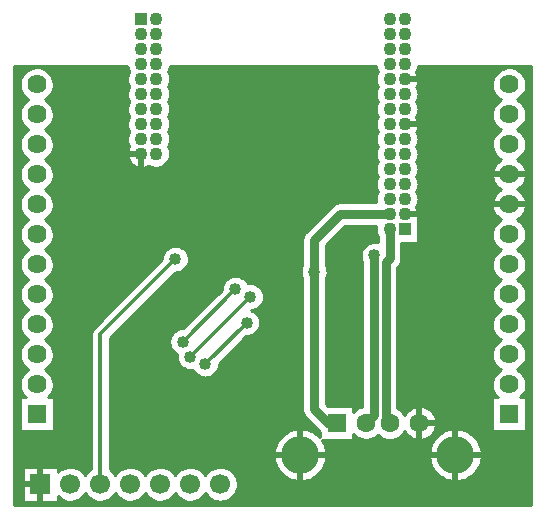
<source format=gbr>
G04 DipTrace 2.4.0.2*
%INBottom.gbr*%
%MOMM*%
%ADD13C,0.3*%
%ADD14C,0.5*%
%ADD15C,0.75*%
%ADD16C,0.25*%
%ADD19R,1.62X1.62*%
%ADD20C,1.62*%
%ADD21R,1.6X1.6*%
%ADD22C,1.6*%
%ADD23C,3.2*%
%ADD24R,1.7X1.7*%
%ADD25C,1.7*%
%ADD26R,1.0X1.0*%
%ADD27C,1.1*%
%ADD28C,1.016*%
%FSLAX53Y53*%
G04*
G71*
G90*
G75*
G01*
%LNBottom*%
%LPD*%
X24245Y31905D2*
D13*
X17895Y25555D1*
Y12855D1*
X29325Y29365D2*
X24880Y24920D1*
X30595Y28730D2*
X25515Y23650D1*
X30278Y26508D2*
X26785Y23015D1*
X37890Y18032D2*
D15*
Y17935D1*
X37262D1*
X35992Y19205D1*
Y30814D1*
Y33492D1*
X38215Y35715D1*
X42380D1*
X41072Y32222D2*
Y18714D1*
X40390Y18032D1*
X42380Y34445D2*
Y31968D1*
X42043Y31631D1*
Y18378D1*
X42390Y18032D1*
D28*
X24245Y31905D3*
X29325Y29365D3*
X24880Y24920D3*
X30595Y28730D3*
X25515Y23650D3*
X30278Y26508D3*
X26785Y23015D3*
X35992Y30814D3*
X41072Y32222D3*
X21705Y26190D3*
Y23015D3*
X38532Y22380D3*
X28690Y40160D3*
X38532Y29011D3*
X26150Y33810D3*
Y40160D3*
X28690Y33810D3*
X43930Y29011D3*
Y27460D3*
Y22380D3*
X38532Y27460D3*
X33770Y30000D3*
Y27460D3*
X22022Y36032D3*
X28055Y20475D3*
Y17935D3*
X10650Y48043D2*
D16*
X11942D1*
X13058D2*
X20207D1*
X23761D2*
X41231D1*
X44800D2*
X51942D1*
X53058D2*
X54350D1*
X10650Y47797D2*
X11536D1*
X13464D2*
X20321D1*
X23648D2*
X41344D1*
X44687D2*
X51536D1*
X53464D2*
X54350D1*
X10650Y47550D2*
X11305D1*
X13695D2*
X20204D1*
X23765D2*
X41243D1*
X44789D2*
X51305D1*
X53695D2*
X54350D1*
X10650Y47303D2*
X11161D1*
X13839D2*
X20149D1*
X23820D2*
X41180D1*
X44847D2*
X51161D1*
X53839D2*
X54350D1*
X10650Y47057D2*
X11075D1*
X13925D2*
X20145D1*
X23824D2*
X41172D1*
X44855D2*
X51075D1*
X53925D2*
X54350D1*
X10650Y46810D2*
X11036D1*
X13964D2*
X20196D1*
X23777D2*
X41219D1*
X44812D2*
X51036D1*
X53964D2*
X54350D1*
X10650Y46563D2*
X11036D1*
X13964D2*
X20305D1*
X23664D2*
X41325D1*
X44707D2*
X51036D1*
X53964D2*
X54350D1*
X10650Y46317D2*
X11082D1*
X13918D2*
X20219D1*
X23754D2*
X41254D1*
X44773D2*
X51082D1*
X53918D2*
X54350D1*
X10650Y46070D2*
X11176D1*
X13824D2*
X20153D1*
X23816D2*
X41188D1*
X44843D2*
X51176D1*
X53824D2*
X54350D1*
X10650Y45823D2*
X11329D1*
X13671D2*
X20141D1*
X23828D2*
X41172D1*
X44859D2*
X51328D1*
X53672D2*
X54350D1*
X10650Y45577D2*
X11567D1*
X13433D2*
X20184D1*
X23785D2*
X41207D1*
X44820D2*
X51567D1*
X53433D2*
X54350D1*
X10650Y45330D2*
X11629D1*
X13371D2*
X20286D1*
X23687D2*
X41305D1*
X44726D2*
X51629D1*
X53371D2*
X54350D1*
X10650Y45083D2*
X11364D1*
X13636D2*
X20231D1*
X23738D2*
X41270D1*
X44757D2*
X51364D1*
X53636D2*
X54350D1*
X10650Y44837D2*
X11200D1*
X13800D2*
X20161D1*
X23812D2*
X41192D1*
X44836D2*
X51200D1*
X53800D2*
X54350D1*
X10650Y44590D2*
X11094D1*
X13906D2*
X20141D1*
X23828D2*
X41172D1*
X44859D2*
X51094D1*
X53906D2*
X54350D1*
X10650Y44343D2*
X11043D1*
X13957D2*
X20176D1*
X23796D2*
X41200D1*
X44832D2*
X51043D1*
X53957D2*
X54350D1*
X10650Y44097D2*
X11032D1*
X13968D2*
X20266D1*
X23707D2*
X41286D1*
X44746D2*
X51032D1*
X53968D2*
X54350D1*
X10650Y43850D2*
X11063D1*
X13937D2*
X20250D1*
X23722D2*
X41289D1*
X44742D2*
X51063D1*
X53937D2*
X54350D1*
X10650Y43603D2*
X11141D1*
X13859D2*
X20168D1*
X23804D2*
X41200D1*
X44828D2*
X51141D1*
X53859D2*
X54350D1*
X10650Y43357D2*
X11274D1*
X13726D2*
X20141D1*
X23828D2*
X41172D1*
X44859D2*
X51274D1*
X53726D2*
X54350D1*
X10650Y43110D2*
X11481D1*
X13519D2*
X20164D1*
X23804D2*
X41192D1*
X44839D2*
X51481D1*
X53519D2*
X54350D1*
X10650Y42863D2*
X11739D1*
X13261D2*
X20247D1*
X23722D2*
X41270D1*
X44761D2*
X51739D1*
X53261D2*
X54350D1*
X10650Y42617D2*
X11430D1*
X13570D2*
X20266D1*
X23703D2*
X41305D1*
X44722D2*
X51430D1*
X53570D2*
X54350D1*
X10650Y42370D2*
X11239D1*
X13761D2*
X20176D1*
X23796D2*
X41211D1*
X44820D2*
X51239D1*
X53761D2*
X54350D1*
X10650Y42123D2*
X11121D1*
X13879D2*
X20141D1*
X23828D2*
X41172D1*
X44859D2*
X51121D1*
X53879D2*
X54350D1*
X10650Y41877D2*
X11055D1*
X13945D2*
X20161D1*
X23812D2*
X41184D1*
X44843D2*
X51055D1*
X53945D2*
X54350D1*
X10650Y41630D2*
X11032D1*
X13968D2*
X20231D1*
X23738D2*
X41254D1*
X44777D2*
X51032D1*
X53968D2*
X54350D1*
X10650Y41383D2*
X11051D1*
X13949D2*
X20286D1*
X23683D2*
X41328D1*
X44703D2*
X51051D1*
X53949D2*
X54350D1*
X10650Y41137D2*
X11114D1*
X13886D2*
X20184D1*
X23785D2*
X41219D1*
X44808D2*
X51114D1*
X53886D2*
X54350D1*
X10650Y40890D2*
X11227D1*
X13773D2*
X20141D1*
X23828D2*
X41172D1*
X44855D2*
X51227D1*
X53773D2*
X54350D1*
X10650Y40643D2*
X11411D1*
X13589D2*
X20153D1*
X23816D2*
X41180D1*
X44851D2*
X51411D1*
X53589D2*
X54350D1*
X10650Y40397D2*
X11707D1*
X13293D2*
X20215D1*
X23754D2*
X41239D1*
X44789D2*
X51707D1*
X53293D2*
X54350D1*
X10650Y40150D2*
X11504D1*
X13496D2*
X20344D1*
X23625D2*
X41348D1*
X44683D2*
X51504D1*
X53496D2*
X54350D1*
X10650Y39903D2*
X11289D1*
X13711D2*
X20571D1*
X23402D2*
X41231D1*
X44797D2*
X51289D1*
X53711D2*
X54350D1*
X10650Y39657D2*
X11149D1*
X13851D2*
X21079D1*
X21621D2*
X22348D1*
X22890D2*
X41176D1*
X44851D2*
X51149D1*
X53851D2*
X54350D1*
X10650Y39410D2*
X11067D1*
X13933D2*
X41176D1*
X44855D2*
X51067D1*
X53933D2*
X54350D1*
X10650Y39163D2*
X11032D1*
X13968D2*
X41227D1*
X44804D2*
X51032D1*
X53968D2*
X54350D1*
X10650Y38917D2*
X11039D1*
X13961D2*
X41340D1*
X44691D2*
X51039D1*
X53961D2*
X54350D1*
X10650Y38670D2*
X11090D1*
X13910D2*
X41246D1*
X44785D2*
X51090D1*
X53910D2*
X54350D1*
X10650Y38423D2*
X11188D1*
X13812D2*
X41184D1*
X44847D2*
X51188D1*
X53812D2*
X54350D1*
X10650Y38177D2*
X11348D1*
X13652D2*
X41172D1*
X44859D2*
X51348D1*
X53652D2*
X54350D1*
X10650Y37930D2*
X11602D1*
X13398D2*
X41215D1*
X44816D2*
X51602D1*
X53398D2*
X54350D1*
X10650Y37683D2*
X11590D1*
X13410D2*
X41317D1*
X44711D2*
X51590D1*
X53410D2*
X54350D1*
X10650Y37437D2*
X11344D1*
X13656D2*
X41258D1*
X44769D2*
X51344D1*
X53656D2*
X54350D1*
X10650Y37190D2*
X11184D1*
X13816D2*
X41188D1*
X44843D2*
X51184D1*
X53816D2*
X54350D1*
X10650Y36943D2*
X11086D1*
X13914D2*
X41172D1*
X44859D2*
X51086D1*
X53914D2*
X54350D1*
X10650Y36697D2*
X11039D1*
X13961D2*
X37953D1*
X44824D2*
X51039D1*
X53961D2*
X54350D1*
X10650Y36450D2*
X11032D1*
X13968D2*
X37496D1*
X44730D2*
X51032D1*
X53968D2*
X54350D1*
X10650Y36203D2*
X11071D1*
X13929D2*
X37250D1*
X44754D2*
X51071D1*
X53929D2*
X54350D1*
X10650Y35957D2*
X11153D1*
X13847D2*
X37004D1*
X44836D2*
X51153D1*
X53847D2*
X54350D1*
X10650Y35710D2*
X11293D1*
X13707D2*
X36758D1*
X44859D2*
X51293D1*
X53707D2*
X54350D1*
X10650Y35463D2*
X11512D1*
X13488D2*
X36512D1*
X44832D2*
X51512D1*
X53488D2*
X54350D1*
X10650Y35217D2*
X11696D1*
X13304D2*
X36262D1*
X44808D2*
X51696D1*
X53304D2*
X54350D1*
X10650Y34970D2*
X11403D1*
X13597D2*
X36016D1*
X44808D2*
X51403D1*
X53597D2*
X54350D1*
X10650Y34723D2*
X11223D1*
X13777D2*
X35770D1*
X44808D2*
X51223D1*
X53777D2*
X54350D1*
X10650Y34477D2*
X11110D1*
X13890D2*
X35524D1*
X38429D2*
X41172D1*
X44808D2*
X51110D1*
X53890D2*
X54350D1*
X10650Y34230D2*
X11047D1*
X13953D2*
X35278D1*
X38183D2*
X41192D1*
X44808D2*
X51047D1*
X53953D2*
X54350D1*
X10650Y33983D2*
X11032D1*
X13968D2*
X35086D1*
X37937D2*
X41266D1*
X44808D2*
X51032D1*
X53968D2*
X54350D1*
X10650Y33737D2*
X11055D1*
X13945D2*
X34989D1*
X37691D2*
X41344D1*
X44808D2*
X51055D1*
X53945D2*
X54350D1*
X10650Y33490D2*
X11121D1*
X13879D2*
X34957D1*
X37441D2*
X41344D1*
X44808D2*
X51121D1*
X53879D2*
X54350D1*
X10650Y33243D2*
X11243D1*
X13757D2*
X34957D1*
X37195D2*
X40536D1*
X43414D2*
X51243D1*
X53757D2*
X54350D1*
X10650Y32997D2*
X11434D1*
X13566D2*
X23883D1*
X24609D2*
X34957D1*
X37027D2*
X40207D1*
X43414D2*
X51434D1*
X53566D2*
X54350D1*
X10650Y32750D2*
X11750D1*
X13250D2*
X23450D1*
X25039D2*
X34957D1*
X37027D2*
X40036D1*
X43414D2*
X51750D1*
X53250D2*
X54350D1*
X10650Y32503D2*
X11477D1*
X13523D2*
X23246D1*
X25242D2*
X34957D1*
X37027D2*
X39942D1*
X43414D2*
X51477D1*
X53523D2*
X54350D1*
X10650Y32257D2*
X11270D1*
X13730D2*
X23133D1*
X25359D2*
X34957D1*
X37027D2*
X39907D1*
X43414D2*
X51270D1*
X53730D2*
X54350D1*
X10650Y32010D2*
X11141D1*
X13859D2*
X23082D1*
X25410D2*
X34957D1*
X37027D2*
X39926D1*
X43414D2*
X51141D1*
X53859D2*
X54350D1*
X10650Y31763D2*
X11063D1*
X13937D2*
X22969D1*
X25402D2*
X34957D1*
X37027D2*
X40000D1*
X43394D2*
X51063D1*
X53937D2*
X54350D1*
X10650Y31517D2*
X11032D1*
X13968D2*
X22723D1*
X25343D2*
X34957D1*
X37027D2*
X40039D1*
X43308D2*
X51032D1*
X53968D2*
X54350D1*
X10650Y31270D2*
X11043D1*
X13957D2*
X22477D1*
X25218D2*
X34918D1*
X37066D2*
X40039D1*
X43136D2*
X51043D1*
X53957D2*
X54350D1*
X10650Y31023D2*
X11098D1*
X13902D2*
X22227D1*
X24996D2*
X34844D1*
X37140D2*
X40039D1*
X43078D2*
X51098D1*
X53902D2*
X54350D1*
X10650Y30777D2*
X11204D1*
X13796D2*
X21981D1*
X24449D2*
X34825D1*
X37160D2*
X40039D1*
X43078D2*
X51203D1*
X53797D2*
X54350D1*
X10650Y30530D2*
X11368D1*
X13632D2*
X21735D1*
X24004D2*
X34860D1*
X37125D2*
X40039D1*
X43078D2*
X51368D1*
X53632D2*
X54350D1*
X10650Y30283D2*
X11637D1*
X13363D2*
X21489D1*
X23757D2*
X28621D1*
X30031D2*
X34953D1*
X37031D2*
X40039D1*
X43078D2*
X51637D1*
X53363D2*
X54350D1*
X10650Y30037D2*
X11559D1*
X13441D2*
X21243D1*
X23511D2*
X28375D1*
X30273D2*
X34957D1*
X37027D2*
X40039D1*
X43078D2*
X51559D1*
X53441D2*
X54350D1*
X10650Y29790D2*
X11321D1*
X13679D2*
X20997D1*
X23265D2*
X28239D1*
X31046D2*
X34957D1*
X37027D2*
X40039D1*
X43078D2*
X51321D1*
X53679D2*
X54350D1*
X10650Y29543D2*
X11172D1*
X13828D2*
X20750D1*
X23019D2*
X28172D1*
X31421D2*
X34957D1*
X37027D2*
X40039D1*
X43078D2*
X51172D1*
X53828D2*
X54350D1*
X10650Y29297D2*
X11079D1*
X13921D2*
X20500D1*
X22773D2*
X28121D1*
X31613D2*
X34957D1*
X37027D2*
X40039D1*
X43078D2*
X51078D1*
X53922D2*
X54350D1*
X10650Y29050D2*
X11036D1*
X13964D2*
X20254D1*
X22523D2*
X27875D1*
X31718D2*
X34957D1*
X37027D2*
X40039D1*
X43078D2*
X51036D1*
X53964D2*
X54350D1*
X10650Y28803D2*
X11036D1*
X13964D2*
X20008D1*
X22277D2*
X27629D1*
X31761D2*
X34957D1*
X37027D2*
X40039D1*
X43078D2*
X51036D1*
X53964D2*
X54350D1*
X10650Y28557D2*
X11079D1*
X13921D2*
X19762D1*
X22031D2*
X27383D1*
X31750D2*
X34957D1*
X37027D2*
X40039D1*
X43078D2*
X51078D1*
X53922D2*
X54350D1*
X10650Y28310D2*
X11164D1*
X13836D2*
X19516D1*
X21785D2*
X27137D1*
X31683D2*
X34957D1*
X37027D2*
X40039D1*
X43078D2*
X51164D1*
X53836D2*
X54350D1*
X10650Y28063D2*
X11313D1*
X13687D2*
X19270D1*
X21539D2*
X26887D1*
X31546D2*
X34957D1*
X37027D2*
X40039D1*
X43078D2*
X51313D1*
X53687D2*
X54350D1*
X10650Y27817D2*
X11543D1*
X13457D2*
X19024D1*
X21293D2*
X26641D1*
X31308D2*
X34957D1*
X37027D2*
X40039D1*
X43078D2*
X51543D1*
X53457D2*
X54350D1*
X10650Y27570D2*
X11657D1*
X13343D2*
X18774D1*
X21046D2*
X26395D1*
X30722D2*
X34957D1*
X37027D2*
X40039D1*
X43078D2*
X51657D1*
X53343D2*
X54350D1*
X10650Y27323D2*
X11379D1*
X13621D2*
X18528D1*
X20796D2*
X26149D1*
X31101D2*
X34957D1*
X37027D2*
X40039D1*
X43078D2*
X51379D1*
X53621D2*
X54350D1*
X10650Y27077D2*
X11211D1*
X13789D2*
X18282D1*
X20550D2*
X25903D1*
X31293D2*
X34957D1*
X37027D2*
X40039D1*
X43078D2*
X51211D1*
X53789D2*
X54350D1*
X10650Y26830D2*
X11102D1*
X13898D2*
X18036D1*
X20304D2*
X25657D1*
X31398D2*
X34957D1*
X37027D2*
X40039D1*
X43078D2*
X51102D1*
X53898D2*
X54350D1*
X10650Y26583D2*
X11043D1*
X13957D2*
X17789D1*
X20058D2*
X25411D1*
X31441D2*
X34957D1*
X37027D2*
X40039D1*
X43078D2*
X51043D1*
X53957D2*
X54350D1*
X10650Y26337D2*
X11032D1*
X13968D2*
X17543D1*
X19812D2*
X25161D1*
X31433D2*
X34957D1*
X37027D2*
X40039D1*
X43078D2*
X51032D1*
X53968D2*
X54350D1*
X10650Y26090D2*
X11059D1*
X13941D2*
X17297D1*
X19566D2*
X24914D1*
X31367D2*
X34957D1*
X37027D2*
X40039D1*
X43078D2*
X51059D1*
X53941D2*
X54350D1*
X10650Y25843D2*
X11133D1*
X13867D2*
X17141D1*
X19320D2*
X24180D1*
X31234D2*
X34957D1*
X37027D2*
X40039D1*
X43078D2*
X51133D1*
X53867D2*
X54350D1*
X10650Y25597D2*
X11262D1*
X13738D2*
X17086D1*
X19070D2*
X23934D1*
X30992D2*
X34957D1*
X37027D2*
X40039D1*
X43078D2*
X51262D1*
X53738D2*
X54350D1*
X10650Y25350D2*
X11461D1*
X13539D2*
X17086D1*
X18824D2*
X23797D1*
X30254D2*
X34957D1*
X37027D2*
X40039D1*
X43078D2*
X51461D1*
X53539D2*
X54350D1*
X10650Y25103D2*
X11774D1*
X13226D2*
X17086D1*
X18703D2*
X23727D1*
X30007D2*
X34957D1*
X37027D2*
X40039D1*
X43078D2*
X51774D1*
X53226D2*
X54350D1*
X10650Y24857D2*
X11450D1*
X13550D2*
X17086D1*
X18703D2*
X23715D1*
X29761D2*
X34957D1*
X37027D2*
X40039D1*
X43078D2*
X51450D1*
X53550D2*
X54350D1*
X10650Y24610D2*
X11254D1*
X13746D2*
X17086D1*
X18703D2*
X23754D1*
X29515D2*
X34957D1*
X37027D2*
X40039D1*
X43078D2*
X51254D1*
X53746D2*
X54350D1*
X10650Y24363D2*
X11129D1*
X13871D2*
X17086D1*
X18703D2*
X23856D1*
X29269D2*
X34957D1*
X37027D2*
X40039D1*
X43078D2*
X51129D1*
X53871D2*
X54350D1*
X10650Y24117D2*
X11059D1*
X13941D2*
X17086D1*
X18703D2*
X24043D1*
X29023D2*
X34957D1*
X37027D2*
X40039D1*
X43078D2*
X51059D1*
X53941D2*
X54350D1*
X10650Y23870D2*
X11032D1*
X13968D2*
X17086D1*
X18703D2*
X24368D1*
X28773D2*
X34957D1*
X37027D2*
X40039D1*
X43078D2*
X51032D1*
X53968D2*
X54350D1*
X10650Y23623D2*
X11047D1*
X13953D2*
X17086D1*
X18703D2*
X24348D1*
X28527D2*
X34957D1*
X37027D2*
X40039D1*
X43078D2*
X51047D1*
X53953D2*
X54350D1*
X10650Y23377D2*
X11106D1*
X13894D2*
X17086D1*
X18703D2*
X24379D1*
X28281D2*
X34957D1*
X37027D2*
X40039D1*
X43078D2*
X51106D1*
X53894D2*
X54350D1*
X10650Y23130D2*
X11215D1*
X13785D2*
X17086D1*
X18703D2*
X24473D1*
X28035D2*
X34957D1*
X37027D2*
X40039D1*
X43078D2*
X51215D1*
X53785D2*
X54350D1*
X10650Y22883D2*
X11391D1*
X13609D2*
X17086D1*
X18703D2*
X24641D1*
X27945D2*
X34957D1*
X37027D2*
X40039D1*
X43078D2*
X51391D1*
X53609D2*
X54350D1*
X10650Y22637D2*
X11676D1*
X13324D2*
X17086D1*
X18703D2*
X24961D1*
X27886D2*
X34957D1*
X37027D2*
X40039D1*
X43078D2*
X51676D1*
X53324D2*
X54350D1*
X10650Y22390D2*
X11528D1*
X13472D2*
X17086D1*
X18703D2*
X25805D1*
X27765D2*
X34957D1*
X37027D2*
X40039D1*
X43078D2*
X51528D1*
X53472D2*
X54350D1*
X10650Y22143D2*
X11301D1*
X13699D2*
X17086D1*
X18703D2*
X26020D1*
X27550D2*
X34957D1*
X37027D2*
X40039D1*
X43078D2*
X51301D1*
X53699D2*
X54350D1*
X10650Y21897D2*
X11161D1*
X13839D2*
X17086D1*
X18703D2*
X26524D1*
X27046D2*
X34957D1*
X37027D2*
X40039D1*
X43078D2*
X51161D1*
X53839D2*
X54350D1*
X10650Y21650D2*
X11075D1*
X13925D2*
X17086D1*
X18703D2*
X34957D1*
X37027D2*
X40039D1*
X43078D2*
X51075D1*
X53925D2*
X54350D1*
X10650Y21403D2*
X11036D1*
X13964D2*
X17086D1*
X18703D2*
X34957D1*
X37027D2*
X40039D1*
X43078D2*
X51036D1*
X53964D2*
X54350D1*
X10650Y21157D2*
X11036D1*
X13964D2*
X17086D1*
X18703D2*
X34957D1*
X37027D2*
X40039D1*
X43078D2*
X51036D1*
X53964D2*
X54350D1*
X10650Y20910D2*
X11082D1*
X13918D2*
X17086D1*
X18703D2*
X34957D1*
X37027D2*
X40039D1*
X43078D2*
X51082D1*
X53918D2*
X54350D1*
X10650Y20663D2*
X11180D1*
X13820D2*
X17086D1*
X18703D2*
X34957D1*
X37027D2*
X40039D1*
X43078D2*
X51180D1*
X53820D2*
X54350D1*
X10650Y20417D2*
X11332D1*
X13668D2*
X17086D1*
X18703D2*
X34957D1*
X37027D2*
X40039D1*
X43078D2*
X51332D1*
X53668D2*
X54350D1*
X10650Y20170D2*
X11032D1*
X13968D2*
X17086D1*
X18703D2*
X34957D1*
X37027D2*
X40039D1*
X43078D2*
X51032D1*
X53968D2*
X54350D1*
X10650Y19923D2*
X11032D1*
X13968D2*
X17086D1*
X18703D2*
X34957D1*
X37027D2*
X40039D1*
X43078D2*
X51032D1*
X53968D2*
X54350D1*
X10650Y19677D2*
X11032D1*
X13968D2*
X17086D1*
X18703D2*
X34957D1*
X37027D2*
X40039D1*
X43078D2*
X51032D1*
X53968D2*
X54350D1*
X10650Y19430D2*
X11032D1*
X13968D2*
X17086D1*
X18703D2*
X34957D1*
X39351D2*
X40039D1*
X43078D2*
X44543D1*
X45234D2*
X51032D1*
X53968D2*
X54350D1*
X10650Y19183D2*
X11032D1*
X13968D2*
X17086D1*
X18703D2*
X34957D1*
X39351D2*
X39508D1*
X43269D2*
X44008D1*
X45769D2*
X51032D1*
X53968D2*
X54350D1*
X10650Y18937D2*
X11032D1*
X13968D2*
X17086D1*
X18703D2*
X34993D1*
X43527D2*
X43750D1*
X46027D2*
X51032D1*
X53968D2*
X54350D1*
X10650Y18690D2*
X11032D1*
X13968D2*
X17086D1*
X18703D2*
X35098D1*
X46191D2*
X51032D1*
X53968D2*
X54350D1*
X10650Y18443D2*
X11032D1*
X13968D2*
X17086D1*
X18703D2*
X35301D1*
X46289D2*
X51032D1*
X53968D2*
X54350D1*
X10650Y18197D2*
X11032D1*
X13968D2*
X17086D1*
X18703D2*
X35547D1*
X46339D2*
X51032D1*
X53968D2*
X54350D1*
X10650Y17950D2*
X11032D1*
X13968D2*
X17086D1*
X18703D2*
X35793D1*
X46347D2*
X51032D1*
X53968D2*
X54350D1*
X10650Y17703D2*
X11032D1*
X13968D2*
X17086D1*
X18703D2*
X36039D1*
X46312D2*
X51032D1*
X53968D2*
X54350D1*
X10650Y17457D2*
X11032D1*
X13968D2*
X17086D1*
X18703D2*
X34106D1*
X35535D2*
X36289D1*
X46230D2*
X47243D1*
X48675D2*
X51032D1*
X53968D2*
X54350D1*
X10650Y17210D2*
X17086D1*
X18703D2*
X33586D1*
X36054D2*
X36430D1*
X46089D2*
X46723D1*
X49195D2*
X54350D1*
X10650Y16963D2*
X17086D1*
X18703D2*
X33270D1*
X43375D2*
X43907D1*
X45875D2*
X46407D1*
X49511D2*
X54350D1*
X10650Y16717D2*
X17086D1*
X18703D2*
X33039D1*
X39351D2*
X39789D1*
X40988D2*
X41789D1*
X42988D2*
X44289D1*
X45488D2*
X46180D1*
X49738D2*
X54350D1*
X10650Y16470D2*
X17086D1*
X18703D2*
X32871D1*
X36769D2*
X46012D1*
X49910D2*
X54350D1*
X10650Y16223D2*
X17086D1*
X18703D2*
X32746D1*
X36894D2*
X45887D1*
X50035D2*
X54350D1*
X10650Y15977D2*
X17086D1*
X18703D2*
X32657D1*
X36984D2*
X45797D1*
X50125D2*
X54350D1*
X10650Y15730D2*
X17086D1*
X18703D2*
X32598D1*
X37043D2*
X45735D1*
X50183D2*
X54350D1*
X10650Y15483D2*
X17086D1*
X18703D2*
X32567D1*
X37074D2*
X45707D1*
X50214D2*
X54350D1*
X10650Y15237D2*
X17086D1*
X18703D2*
X32563D1*
X37078D2*
X45703D1*
X50218D2*
X54350D1*
X10650Y14990D2*
X17086D1*
X18703D2*
X32586D1*
X37054D2*
X45727D1*
X50195D2*
X54350D1*
X10650Y14743D2*
X17086D1*
X18703D2*
X32641D1*
X37000D2*
X45778D1*
X50140D2*
X54350D1*
X10650Y14497D2*
X17086D1*
X18703D2*
X32723D1*
X36918D2*
X45864D1*
X50058D2*
X54350D1*
X10650Y14250D2*
X11305D1*
X14324D2*
X14821D1*
X15886D2*
X17086D1*
X18703D2*
X19903D1*
X20968D2*
X22442D1*
X23507D2*
X24981D1*
X26046D2*
X27520D1*
X28589D2*
X32840D1*
X36800D2*
X45981D1*
X49941D2*
X54350D1*
X10650Y14003D2*
X11305D1*
X16320D2*
X16930D1*
X18863D2*
X19469D1*
X21402D2*
X22008D1*
X23941D2*
X24547D1*
X26480D2*
X27090D1*
X29019D2*
X32996D1*
X36640D2*
X46137D1*
X49781D2*
X54350D1*
X10650Y13757D2*
X11305D1*
X16558D2*
X16688D1*
X19101D2*
X19231D1*
X21640D2*
X21770D1*
X24179D2*
X24312D1*
X26718D2*
X26852D1*
X29261D2*
X33211D1*
X36429D2*
X46348D1*
X49570D2*
X54350D1*
X10650Y13510D2*
X11305D1*
X29414D2*
X33500D1*
X36140D2*
X46641D1*
X49281D2*
X54350D1*
X10650Y13263D2*
X11305D1*
X29507D2*
X33950D1*
X35691D2*
X47090D1*
X48832D2*
X54350D1*
X10650Y13017D2*
X11305D1*
X29554D2*
X54350D1*
X10650Y12770D2*
X11305D1*
X29562D2*
X54350D1*
X10650Y12523D2*
X11305D1*
X29527D2*
X54350D1*
X10650Y12277D2*
X11305D1*
X29449D2*
X54350D1*
X10650Y12030D2*
X11305D1*
X29316D2*
X54350D1*
X10650Y11783D2*
X11305D1*
X16406D2*
X16844D1*
X18949D2*
X19383D1*
X21488D2*
X21922D1*
X24027D2*
X24461D1*
X26566D2*
X27004D1*
X29109D2*
X54350D1*
X10650Y11537D2*
X11305D1*
X14324D2*
X14649D1*
X16062D2*
X17188D1*
X18601D2*
X19727D1*
X21144D2*
X22266D1*
X23683D2*
X24809D1*
X26222D2*
X27348D1*
X28761D2*
X54350D1*
X10650Y11290D2*
X54350D1*
X11180Y20205D2*
X11559D1*
X11413Y20348D1*
X11265Y20549D1*
X11155Y20773D1*
X11084Y21012D1*
X11056Y21260D1*
X11070Y21510D1*
X11128Y21753D1*
X11226Y21982D1*
X11363Y22191D1*
X11533Y22374D1*
X11732Y22524D1*
X11810Y22569D1*
X11593Y22715D1*
X11413Y22888D1*
X11265Y23089D1*
X11155Y23313D1*
X11084Y23552D1*
X11056Y23800D1*
X11070Y24050D1*
X11128Y24293D1*
X11226Y24522D1*
X11363Y24731D1*
X11533Y24914D1*
X11732Y25064D1*
X11810Y25109D1*
X11593Y25255D1*
X11413Y25428D1*
X11265Y25629D1*
X11155Y25853D1*
X11084Y26092D1*
X11056Y26340D1*
X11070Y26590D1*
X11128Y26833D1*
X11226Y27062D1*
X11363Y27271D1*
X11533Y27454D1*
X11732Y27604D1*
X11810Y27649D1*
X11593Y27795D1*
X11413Y27968D1*
X11265Y28169D1*
X11155Y28393D1*
X11084Y28632D1*
X11056Y28880D1*
X11070Y29130D1*
X11128Y29373D1*
X11226Y29602D1*
X11363Y29811D1*
X11533Y29994D1*
X11732Y30144D1*
X11810Y30189D1*
X11593Y30335D1*
X11413Y30508D1*
X11265Y30709D1*
X11155Y30933D1*
X11084Y31172D1*
X11056Y31420D1*
X11070Y31670D1*
X11128Y31913D1*
X11226Y32142D1*
X11363Y32351D1*
X11533Y32534D1*
X11732Y32684D1*
X11810Y32729D1*
X11593Y32875D1*
X11413Y33048D1*
X11265Y33249D1*
X11155Y33473D1*
X11084Y33712D1*
X11056Y33960D1*
X11070Y34210D1*
X11128Y34453D1*
X11226Y34682D1*
X11363Y34891D1*
X11533Y35074D1*
X11732Y35224D1*
X11810Y35269D1*
X11593Y35415D1*
X11413Y35588D1*
X11265Y35789D1*
X11155Y36013D1*
X11084Y36252D1*
X11056Y36500D1*
X11070Y36750D1*
X11128Y36993D1*
X11226Y37222D1*
X11363Y37431D1*
X11533Y37614D1*
X11732Y37764D1*
X11810Y37809D1*
X11593Y37955D1*
X11413Y38128D1*
X11265Y38329D1*
X11155Y38553D1*
X11084Y38792D1*
X11056Y39040D1*
X11070Y39290D1*
X11128Y39533D1*
X11226Y39762D1*
X11363Y39971D1*
X11533Y40154D1*
X11732Y40304D1*
X11810Y40349D1*
X11593Y40495D1*
X11413Y40668D1*
X11265Y40869D1*
X11155Y41093D1*
X11084Y41332D1*
X11056Y41580D1*
X11070Y41830D1*
X11128Y42073D1*
X11226Y42302D1*
X11363Y42511D1*
X11533Y42694D1*
X11732Y42844D1*
X11810Y42889D1*
X11593Y43035D1*
X11413Y43208D1*
X11265Y43409D1*
X11155Y43633D1*
X11084Y43872D1*
X11056Y44120D1*
X11070Y44370D1*
X11128Y44613D1*
X11226Y44842D1*
X11363Y45051D1*
X11533Y45234D1*
X11732Y45384D1*
X11810Y45429D1*
X11593Y45575D1*
X11413Y45748D1*
X11265Y45949D1*
X11155Y46173D1*
X11084Y46412D1*
X11056Y46660D1*
X11070Y46910D1*
X11128Y47153D1*
X11226Y47382D1*
X11363Y47591D1*
X11533Y47774D1*
X11732Y47924D1*
X11954Y48038D1*
X12193Y48112D1*
X12441Y48144D1*
X12690Y48132D1*
X12934Y48078D1*
X13165Y47983D1*
X13376Y47850D1*
X13560Y47682D1*
X13714Y47484D1*
X13830Y47264D1*
X13908Y47026D1*
X13943Y46779D1*
X13940Y46575D1*
X13897Y46329D1*
X13812Y46094D1*
X13688Y45877D1*
X13529Y45685D1*
X13339Y45523D1*
X13189Y45431D1*
X13376Y45310D1*
X13560Y45142D1*
X13714Y44944D1*
X13830Y44724D1*
X13908Y44486D1*
X13943Y44239D1*
X13940Y44035D1*
X13897Y43789D1*
X13812Y43554D1*
X13688Y43337D1*
X13529Y43145D1*
X13339Y42983D1*
X13189Y42891D1*
X13376Y42770D1*
X13560Y42602D1*
X13714Y42404D1*
X13830Y42184D1*
X13908Y41946D1*
X13943Y41699D1*
X13940Y41495D1*
X13897Y41249D1*
X13812Y41014D1*
X13688Y40797D1*
X13529Y40605D1*
X13339Y40443D1*
X13189Y40351D1*
X13376Y40230D1*
X13560Y40062D1*
X13714Y39864D1*
X13830Y39644D1*
X13908Y39406D1*
X13943Y39159D1*
X13940Y38955D1*
X13897Y38709D1*
X13812Y38474D1*
X13688Y38258D1*
X13529Y38065D1*
X13339Y37903D1*
X13189Y37811D1*
X13376Y37690D1*
X13560Y37522D1*
X13714Y37324D1*
X13830Y37104D1*
X13908Y36866D1*
X13943Y36619D1*
X13940Y36415D1*
X13897Y36169D1*
X13812Y35934D1*
X13688Y35718D1*
X13529Y35525D1*
X13339Y35363D1*
X13189Y35271D1*
X13376Y35150D1*
X13560Y34982D1*
X13714Y34784D1*
X13830Y34564D1*
X13908Y34326D1*
X13943Y34079D1*
X13940Y33875D1*
X13897Y33629D1*
X13812Y33394D1*
X13688Y33178D1*
X13529Y32985D1*
X13339Y32823D1*
X13189Y32731D1*
X13376Y32610D1*
X13560Y32442D1*
X13714Y32244D1*
X13830Y32024D1*
X13908Y31786D1*
X13943Y31539D1*
X13940Y31335D1*
X13897Y31089D1*
X13812Y30854D1*
X13688Y30637D1*
X13529Y30445D1*
X13339Y30283D1*
X13189Y30191D1*
X13376Y30070D1*
X13560Y29902D1*
X13714Y29704D1*
X13830Y29484D1*
X13908Y29246D1*
X13943Y28999D1*
X13940Y28795D1*
X13897Y28549D1*
X13812Y28314D1*
X13688Y28097D1*
X13529Y27905D1*
X13339Y27743D1*
X13189Y27651D1*
X13376Y27530D1*
X13560Y27362D1*
X13714Y27164D1*
X13830Y26944D1*
X13908Y26706D1*
X13943Y26459D1*
X13940Y26255D1*
X13897Y26009D1*
X13812Y25774D1*
X13688Y25558D1*
X13529Y25365D1*
X13339Y25203D1*
X13189Y25111D1*
X13376Y24990D1*
X13560Y24822D1*
X13714Y24624D1*
X13830Y24404D1*
X13908Y24166D1*
X13943Y23919D1*
X13940Y23715D1*
X13897Y23469D1*
X13812Y23234D1*
X13688Y23018D1*
X13529Y22825D1*
X13339Y22663D1*
X13189Y22571D1*
X13376Y22450D1*
X13560Y22282D1*
X13714Y22084D1*
X13830Y21864D1*
X13908Y21626D1*
X13943Y21379D1*
X13940Y21175D1*
X13897Y20929D1*
X13812Y20694D1*
X13688Y20477D1*
X13529Y20285D1*
X13440Y20203D1*
X13945Y20205D1*
Y17315D1*
X11055D1*
Y20205D1*
X11180D1*
X51180D2*
X51559D1*
X51413Y20348D1*
X51265Y20549D1*
X51155Y20773D1*
X51084Y21012D1*
X51056Y21260D1*
X51070Y21510D1*
X51128Y21753D1*
X51226Y21982D1*
X51363Y22191D1*
X51533Y22374D1*
X51732Y22524D1*
X51810Y22569D1*
X51593Y22715D1*
X51413Y22888D1*
X51265Y23089D1*
X51155Y23313D1*
X51084Y23552D1*
X51056Y23800D1*
X51070Y24050D1*
X51128Y24293D1*
X51226Y24522D1*
X51363Y24731D1*
X51533Y24914D1*
X51732Y25064D1*
X51810Y25109D1*
X51593Y25255D1*
X51413Y25428D1*
X51265Y25629D1*
X51155Y25853D1*
X51084Y26092D1*
X51056Y26340D1*
X51070Y26590D1*
X51128Y26833D1*
X51226Y27062D1*
X51363Y27271D1*
X51533Y27454D1*
X51732Y27604D1*
X51810Y27649D1*
X51593Y27795D1*
X51413Y27968D1*
X51265Y28169D1*
X51155Y28393D1*
X51084Y28632D1*
X51056Y28880D1*
X51070Y29130D1*
X51128Y29373D1*
X51226Y29602D1*
X51363Y29811D1*
X51533Y29994D1*
X51732Y30144D1*
X51810Y30189D1*
X51593Y30335D1*
X51413Y30508D1*
X51265Y30709D1*
X51155Y30933D1*
X51084Y31172D1*
X51056Y31420D1*
X51070Y31670D1*
X51128Y31913D1*
X51226Y32142D1*
X51363Y32351D1*
X51533Y32534D1*
X51732Y32684D1*
X51810Y32729D1*
X51593Y32875D1*
X51413Y33048D1*
X51265Y33249D1*
X51155Y33473D1*
X51084Y33712D1*
X51056Y33960D1*
X51070Y34210D1*
X51128Y34453D1*
X51226Y34682D1*
X51363Y34891D1*
X51533Y35074D1*
X51732Y35224D1*
X51810Y35269D1*
X51633Y35384D1*
X51482Y35515D1*
X51350Y35665D1*
X51240Y35832D1*
X51155Y36013D1*
X51095Y36203D1*
X51062Y36401D1*
X51056Y36600D1*
X51078Y36799D1*
X51128Y36993D1*
X51203Y37178D1*
X51304Y37350D1*
X51427Y37508D1*
X51571Y37647D1*
X51732Y37764D1*
X51811Y37810D1*
X51653Y37909D1*
X51499Y38037D1*
X51365Y38185D1*
X51253Y38351D1*
X51164Y38530D1*
X51101Y38719D1*
X51064Y38916D1*
X51055Y39115D1*
X51074Y39314D1*
X51120Y39509D1*
X51192Y39695D1*
X51290Y39870D1*
X51410Y40029D1*
X51552Y40170D1*
X51711Y40291D1*
X51811Y40350D1*
X51694Y40421D1*
X51499Y40577D1*
X51335Y40765D1*
X51205Y40979D1*
X51114Y41211D1*
X51064Y41456D1*
X51058Y41705D1*
X51094Y41952D1*
X51172Y42190D1*
X51290Y42410D1*
X51444Y42606D1*
X51629Y42773D1*
X51810Y42889D1*
X51593Y43035D1*
X51413Y43208D1*
X51265Y43409D1*
X51155Y43633D1*
X51084Y43872D1*
X51056Y44120D1*
X51070Y44370D1*
X51128Y44613D1*
X51226Y44842D1*
X51363Y45051D1*
X51533Y45234D1*
X51732Y45384D1*
X51810Y45429D1*
X51593Y45575D1*
X51413Y45748D1*
X51265Y45949D1*
X51155Y46173D1*
X51084Y46412D1*
X51056Y46660D1*
X51070Y46910D1*
X51128Y47153D1*
X51226Y47382D1*
X51363Y47591D1*
X51533Y47774D1*
X51732Y47924D1*
X51954Y48038D1*
X52193Y48112D1*
X52441Y48144D1*
X52690Y48132D1*
X52934Y48078D1*
X53165Y47983D1*
X53376Y47850D1*
X53560Y47682D1*
X53714Y47484D1*
X53830Y47264D1*
X53908Y47026D1*
X53943Y46779D1*
X53940Y46575D1*
X53897Y46329D1*
X53812Y46094D1*
X53688Y45877D1*
X53529Y45685D1*
X53339Y45523D1*
X53189Y45431D1*
X53376Y45310D1*
X53560Y45142D1*
X53714Y44944D1*
X53830Y44724D1*
X53908Y44486D1*
X53943Y44239D1*
X53940Y44035D1*
X53897Y43789D1*
X53812Y43554D1*
X53688Y43337D1*
X53529Y43145D1*
X53339Y42983D1*
X53189Y42891D1*
X53376Y42770D1*
X53560Y42602D1*
X53714Y42404D1*
X53830Y42184D1*
X53908Y41946D1*
X53943Y41699D1*
X53940Y41495D1*
X53897Y41249D1*
X53812Y41014D1*
X53688Y40797D1*
X53529Y40605D1*
X53339Y40443D1*
X53189Y40351D1*
X53356Y40244D1*
X53508Y40115D1*
X53641Y39966D1*
X53753Y39800D1*
X53840Y39621D1*
X53902Y39431D1*
X53937Y39234D1*
X53945Y39055D1*
X53928Y38856D1*
X53883Y38661D1*
X53812Y38474D1*
X53716Y38299D1*
X53596Y38139D1*
X53456Y37997D1*
X53297Y37875D1*
X53188Y37809D1*
X53335Y37719D1*
X53490Y37593D1*
X53626Y37446D1*
X53740Y37282D1*
X53830Y37104D1*
X53896Y36915D1*
X53934Y36719D1*
X53945Y36540D1*
X53931Y36341D1*
X53890Y36145D1*
X53822Y35957D1*
X53729Y35780D1*
X53613Y35618D1*
X53475Y35473D1*
X53318Y35349D1*
X53188Y35270D1*
X53376Y35150D1*
X53560Y34982D1*
X53714Y34784D1*
X53830Y34564D1*
X53908Y34326D1*
X53943Y34079D1*
X53940Y33875D1*
X53897Y33629D1*
X53812Y33394D1*
X53688Y33178D1*
X53529Y32985D1*
X53339Y32823D1*
X53189Y32731D1*
X53376Y32610D1*
X53560Y32442D1*
X53714Y32244D1*
X53830Y32024D1*
X53908Y31786D1*
X53943Y31539D1*
X53940Y31335D1*
X53897Y31089D1*
X53812Y30854D1*
X53688Y30637D1*
X53529Y30445D1*
X53339Y30283D1*
X53189Y30191D1*
X53376Y30070D1*
X53560Y29902D1*
X53714Y29704D1*
X53830Y29484D1*
X53908Y29246D1*
X53943Y28999D1*
X53940Y28795D1*
X53897Y28549D1*
X53812Y28314D1*
X53688Y28097D1*
X53529Y27905D1*
X53339Y27743D1*
X53189Y27651D1*
X53376Y27530D1*
X53560Y27362D1*
X53714Y27164D1*
X53830Y26944D1*
X53908Y26706D1*
X53943Y26459D1*
X53940Y26255D1*
X53897Y26009D1*
X53812Y25774D1*
X53688Y25558D1*
X53529Y25365D1*
X53339Y25203D1*
X53189Y25111D1*
X53376Y24990D1*
X53560Y24822D1*
X53714Y24624D1*
X53830Y24404D1*
X53908Y24166D1*
X53943Y23919D1*
X53940Y23715D1*
X53897Y23469D1*
X53812Y23234D1*
X53688Y23018D1*
X53529Y22825D1*
X53339Y22663D1*
X53189Y22571D1*
X53376Y22450D1*
X53560Y22282D1*
X53714Y22084D1*
X53830Y21864D1*
X53908Y21626D1*
X53943Y21379D1*
X53940Y21175D1*
X53897Y20929D1*
X53812Y20694D1*
X53688Y20477D1*
X53529Y20285D1*
X53440Y20203D1*
X53945Y20205D1*
Y17315D1*
X51055D1*
Y20205D1*
X51180D1*
X37162Y19467D2*
X39325D1*
Y18994D1*
X39460Y19124D1*
X39663Y19269D1*
X39889Y19376D1*
X40065Y19428D1*
X40062Y21714D1*
Y31687D1*
X39980Y31887D1*
X39950Y32008D1*
X39933Y32132D1*
X39930Y32257D1*
X39941Y32381D1*
X39965Y32504D1*
X40002Y32623D1*
X40052Y32737D1*
X40114Y32846D1*
X40188Y32947D1*
X40272Y33039D1*
X40366Y33121D1*
X40469Y33193D1*
X40578Y33253D1*
X40694Y33301D1*
X40813Y33336D1*
X40937Y33357D1*
X41061Y33365D1*
X41186Y33360D1*
X41374Y33323D1*
X41370Y33718D1*
Y33824D1*
X41288Y33985D1*
X41246Y34102D1*
X41216Y34224D1*
X41199Y34348D1*
X41195Y34472D1*
X41205Y34597D1*
X41225Y34708D1*
X40130Y34705D1*
X38634D1*
X37004Y33076D1*
X37003Y31348D1*
X37055Y31235D1*
X37095Y31117D1*
X37121Y30994D1*
X37136Y30814D1*
X37129Y30689D1*
X37108Y30566D1*
X37075Y30445D1*
X37004Y30285D1*
X37002Y19622D1*
X37157Y19469D1*
X39325Y17072D2*
Y16597D1*
X36664Y16595D1*
X36781Y16403D1*
X36879Y16201D1*
X36956Y15990D1*
X37011Y15772D1*
X37044Y15549D1*
X37055Y15307D1*
X37041Y15082D1*
X37005Y14860D1*
X36946Y14643D1*
X36866Y14433D1*
X36766Y14232D1*
X36645Y14042D1*
X36506Y13865D1*
X36350Y13703D1*
X36179Y13557D1*
X35994Y13430D1*
X35797Y13321D1*
X35590Y13233D1*
X35375Y13166D1*
X35154Y13122D1*
X34931Y13099D1*
X34706D1*
X34482Y13122D1*
X34262Y13167D1*
X34047Y13234D1*
X33840Y13323D1*
X33643Y13431D1*
X33458Y13559D1*
X33287Y13705D1*
X33131Y13867D1*
X32993Y14045D1*
X32873Y14235D1*
X32772Y14436D1*
X32693Y14646D1*
X32635Y14864D1*
X32599Y15086D1*
X32585Y15310D1*
X32594Y15535D1*
X32626Y15757D1*
X32680Y15976D1*
X32755Y16188D1*
X32852Y16391D1*
X32968Y16583D1*
X33104Y16763D1*
X33256Y16928D1*
X33424Y17077D1*
X33607Y17209D1*
X33802Y17321D1*
X34007Y17413D1*
X34220Y17485D1*
X34440Y17534D1*
X34663Y17561D1*
X34888Y17566D1*
X35112Y17547D1*
X35333Y17507D1*
X35549Y17444D1*
X35758Y17360D1*
X35957Y17256D1*
X36145Y17132D1*
X36319Y16989D1*
X36455Y16855D1*
Y17311D1*
X35278Y18491D1*
X35196Y18584D1*
X35125Y18688D1*
X35068Y18799D1*
X35025Y18916D1*
X34996Y19038D1*
X34982Y19205D1*
Y30279D1*
X34900Y30478D1*
X34870Y30599D1*
X34853Y30723D1*
X34850Y30848D1*
X34861Y30972D1*
X34885Y31095D1*
X34922Y31214D1*
X34982Y31345D1*
Y33492D1*
X34990Y33617D1*
X35013Y33740D1*
X35051Y33859D1*
X35104Y33972D1*
X35170Y34078D1*
X35278Y34207D1*
X37501Y36429D1*
X37595Y36512D1*
X37698Y36583D1*
X37809Y36640D1*
X37926Y36683D1*
X38048Y36711D1*
X38215Y36725D1*
X41227D1*
X41199Y36888D1*
X41195Y37012D1*
X41205Y37137D1*
X41227Y37260D1*
X41263Y37380D1*
X41310Y37495D1*
X41381Y37621D1*
X41288Y37795D1*
X41246Y37913D1*
X41216Y38034D1*
X41199Y38158D1*
X41195Y38282D1*
X41205Y38407D1*
X41227Y38530D1*
X41263Y38650D1*
X41310Y38765D1*
X41381Y38891D1*
X41288Y39065D1*
X41246Y39182D1*
X41216Y39304D1*
X41199Y39428D1*
X41195Y39553D1*
X41205Y39677D1*
X41227Y39800D1*
X41263Y39920D1*
X41310Y40035D1*
X41381Y40161D1*
X41288Y40335D1*
X41246Y40453D1*
X41216Y40574D1*
X41199Y40698D1*
X41195Y40822D1*
X41205Y40947D1*
X41227Y41070D1*
X41263Y41190D1*
X41310Y41305D1*
X41381Y41431D1*
X41288Y41605D1*
X41246Y41722D1*
X41216Y41844D1*
X41199Y41968D1*
X41195Y42093D1*
X41205Y42217D1*
X41227Y42340D1*
X41263Y42460D1*
X41310Y42575D1*
X41381Y42701D1*
X41288Y42875D1*
X41246Y42992D1*
X41216Y43114D1*
X41199Y43238D1*
X41195Y43363D1*
X41205Y43487D1*
X41227Y43610D1*
X41263Y43730D1*
X41310Y43845D1*
X41381Y43971D1*
X41288Y44145D1*
X41246Y44262D1*
X41216Y44384D1*
X41199Y44508D1*
X41195Y44633D1*
X41205Y44757D1*
X41227Y44880D1*
X41263Y45000D1*
X41310Y45115D1*
X41381Y45241D1*
X41288Y45415D1*
X41246Y45532D1*
X41216Y45654D1*
X41199Y45778D1*
X41195Y45903D1*
X41205Y46027D1*
X41227Y46150D1*
X41263Y46270D1*
X41310Y46385D1*
X41381Y46511D1*
X41288Y46685D1*
X41246Y46803D1*
X41216Y46924D1*
X41199Y47048D1*
X41195Y47172D1*
X41205Y47297D1*
X41227Y47420D1*
X41263Y47540D1*
X41310Y47655D1*
X41381Y47781D1*
X41288Y47955D1*
X41246Y48072D1*
X41203Y48291D1*
X23793Y48290D1*
X23779Y48187D1*
X23746Y48067D1*
X23701Y47950D1*
X23620Y47803D1*
X23722Y47600D1*
X23762Y47482D1*
X23789Y47360D1*
X23805Y47165D1*
X23798Y47041D1*
X23779Y46917D1*
X23746Y46797D1*
X23701Y46680D1*
X23620Y46533D1*
X23722Y46330D1*
X23762Y46212D1*
X23789Y46090D1*
X23805Y45895D1*
X23798Y45771D1*
X23779Y45647D1*
X23746Y45527D1*
X23701Y45410D1*
X23620Y45263D1*
X23722Y45060D1*
X23762Y44942D1*
X23789Y44820D1*
X23805Y44625D1*
X23798Y44501D1*
X23779Y44377D1*
X23746Y44257D1*
X23701Y44140D1*
X23620Y43993D1*
X23722Y43790D1*
X23762Y43672D1*
X23789Y43550D1*
X23805Y43355D1*
X23798Y43231D1*
X23779Y43107D1*
X23746Y42987D1*
X23701Y42870D1*
X23620Y42723D1*
X23722Y42520D1*
X23762Y42402D1*
X23789Y42280D1*
X23805Y42085D1*
X23798Y41961D1*
X23779Y41837D1*
X23746Y41717D1*
X23701Y41600D1*
X23620Y41453D1*
X23722Y41250D1*
X23762Y41132D1*
X23789Y41010D1*
X23805Y40815D1*
X23798Y40691D1*
X23779Y40567D1*
X23746Y40447D1*
X23701Y40330D1*
X23644Y40219D1*
X23575Y40114D1*
X23496Y40018D1*
X23407Y39930D1*
X23310Y39852D1*
X23205Y39785D1*
X23093Y39729D1*
X22976Y39685D1*
X22855Y39654D1*
X22731Y39636D1*
X22606Y39630D1*
X22482Y39638D1*
X22359Y39660D1*
X22238Y39693D1*
X22122Y39740D1*
X21983Y39818D1*
X21935Y39785D1*
X21777Y39710D1*
X21609Y39659D1*
X21436Y39633D1*
X21261Y39634D1*
X21089Y39660D1*
X20921Y39711D1*
X20763Y39786D1*
X20618Y39883D1*
X20489Y40001D1*
X20379Y40137D1*
X20289Y40287D1*
X20223Y40449D1*
X20181Y40618D1*
X20165Y40792D1*
X20175Y40967D1*
X20210Y41138D1*
X20270Y41303D1*
X20350Y41450D1*
X20258Y41625D1*
X20216Y41742D1*
X20186Y41864D1*
X20169Y41988D1*
X20165Y42113D1*
X20175Y42237D1*
X20197Y42360D1*
X20233Y42480D1*
X20280Y42595D1*
X20351Y42721D1*
X20258Y42895D1*
X20216Y43012D1*
X20186Y43134D1*
X20169Y43258D1*
X20165Y43383D1*
X20175Y43507D1*
X20197Y43630D1*
X20233Y43750D1*
X20280Y43865D1*
X20351Y43991D1*
X20258Y44165D1*
X20216Y44282D1*
X20186Y44404D1*
X20169Y44528D1*
X20165Y44653D1*
X20175Y44777D1*
X20197Y44900D1*
X20233Y45020D1*
X20280Y45135D1*
X20351Y45261D1*
X20258Y45435D1*
X20216Y45553D1*
X20186Y45674D1*
X20169Y45798D1*
X20165Y45922D1*
X20175Y46047D1*
X20197Y46170D1*
X20233Y46290D1*
X20280Y46405D1*
X20351Y46531D1*
X20258Y46705D1*
X20216Y46822D1*
X20186Y46944D1*
X20169Y47068D1*
X20165Y47192D1*
X20175Y47317D1*
X20197Y47440D1*
X20233Y47560D1*
X20280Y47675D1*
X20351Y47801D1*
X20258Y47975D1*
X20216Y48093D1*
X20176Y48287D1*
X19125Y48290D1*
X10625D1*
Y11075D1*
X54375D1*
Y48290D1*
X44824D1*
X44809Y48167D1*
X44776Y48047D1*
X44731Y47930D1*
X44650Y47783D1*
X44743Y47604D1*
X44798Y47438D1*
X44829Y47266D1*
X44834Y47095D1*
X44814Y46922D1*
X44768Y46753D1*
X44698Y46593D1*
X44650Y46510D1*
X44752Y46310D1*
X44792Y46192D1*
X44819Y46070D1*
X44835Y45875D1*
X44828Y45751D1*
X44809Y45627D1*
X44776Y45507D1*
X44731Y45390D1*
X44650Y45243D1*
X44752Y45040D1*
X44792Y44922D1*
X44819Y44800D1*
X44835Y44605D1*
X44828Y44481D1*
X44809Y44357D1*
X44776Y44237D1*
X44731Y44120D1*
X44650Y43973D1*
X44743Y43794D1*
X44798Y43628D1*
X44829Y43456D1*
X44834Y43285D1*
X44814Y43112D1*
X44768Y42943D1*
X44698Y42783D1*
X44650Y42700D1*
X44752Y42500D1*
X44792Y42382D1*
X44819Y42260D1*
X44835Y42065D1*
X44828Y41941D1*
X44809Y41817D1*
X44776Y41697D1*
X44731Y41580D1*
X44650Y41433D1*
X44752Y41230D1*
X44792Y41112D1*
X44819Y40990D1*
X44835Y40795D1*
X44828Y40671D1*
X44809Y40547D1*
X44776Y40427D1*
X44731Y40310D1*
X44650Y40163D1*
X44752Y39960D1*
X44792Y39842D1*
X44819Y39720D1*
X44835Y39525D1*
X44828Y39401D1*
X44809Y39277D1*
X44776Y39157D1*
X44731Y39040D1*
X44650Y38893D1*
X44752Y38690D1*
X44792Y38572D1*
X44819Y38450D1*
X44835Y38255D1*
X44828Y38131D1*
X44809Y38007D1*
X44776Y37887D1*
X44731Y37770D1*
X44650Y37623D1*
X44752Y37420D1*
X44792Y37302D1*
X44819Y37180D1*
X44835Y36985D1*
X44828Y36861D1*
X44809Y36737D1*
X44776Y36617D1*
X44731Y36500D1*
X44650Y36353D1*
X44743Y36174D1*
X44798Y36008D1*
X44829Y35836D1*
X44834Y35665D1*
X44814Y35492D1*
X44785Y35374D1*
Y33310D1*
X43390D1*
Y31968D1*
X43382Y31843D1*
X43359Y31721D1*
X43321Y31602D1*
X43269Y31488D1*
X43203Y31382D1*
X43094Y31254D1*
X43053Y31213D1*
Y19307D1*
X43202Y19215D1*
X43395Y19056D1*
X43557Y18867D1*
X43638Y18738D1*
X43738Y18887D1*
X43868Y19039D1*
X44018Y19171D1*
X44185Y19281D1*
X44365Y19367D1*
X44556Y19427D1*
X44753Y19460D1*
X44953Y19465D1*
X45151Y19443D1*
X45345Y19393D1*
X45529Y19316D1*
X45702Y19215D1*
X45858Y19091D1*
X45996Y18946D1*
X46112Y18783D1*
X46205Y18606D1*
X46272Y18418D1*
X46312Y18222D1*
X46325Y18032D1*
X46311Y17832D1*
X46270Y17637D1*
X46201Y17449D1*
X46108Y17272D1*
X45990Y17111D1*
X45852Y16967D1*
X45695Y16843D1*
X45522Y16743D1*
X45337Y16668D1*
X45143Y16619D1*
X44944Y16598D1*
X44744Y16604D1*
X44547Y16638D1*
X44357Y16699D1*
X44177Y16786D1*
X44011Y16897D1*
X43862Y17030D1*
X43733Y17183D1*
X43640Y17326D1*
X43490Y17111D1*
X43314Y16934D1*
X43110Y16790D1*
X42884Y16684D1*
X42643Y16619D1*
X42394Y16597D1*
X42145Y16618D1*
X41904Y16681D1*
X41677Y16786D1*
X41472Y16928D1*
X41388Y17005D1*
X41215Y16857D1*
X40999Y16732D1*
X40765Y16646D1*
X40519Y16602D1*
X40269D1*
X40023Y16644D1*
X39788Y16729D1*
X39572Y16853D1*
X39380Y17012D1*
X39324Y17073D1*
X50195Y15307D2*
X50181Y15082D1*
X50145Y14860D1*
X50086Y14643D1*
X50006Y14433D1*
X49906Y14232D1*
X49785Y14042D1*
X49646Y13865D1*
X49490Y13703D1*
X49319Y13557D1*
X49134Y13430D1*
X48937Y13321D1*
X48730Y13233D1*
X48515Y13166D1*
X48294Y13122D1*
X48071Y13099D1*
X47846D1*
X47622Y13122D1*
X47402Y13167D1*
X47187Y13234D1*
X46980Y13323D1*
X46783Y13431D1*
X46598Y13559D1*
X46427Y13705D1*
X46271Y13867D1*
X46133Y14045D1*
X46013Y14235D1*
X45912Y14436D1*
X45833Y14646D1*
X45775Y14864D1*
X45739Y15086D1*
X45725Y15310D1*
X45734Y15535D1*
X45766Y15757D1*
X45820Y15976D1*
X45895Y16188D1*
X45992Y16391D1*
X46108Y16583D1*
X46244Y16763D1*
X46396Y16928D1*
X46564Y17077D1*
X46747Y17209D1*
X46942Y17321D1*
X47147Y17413D1*
X47360Y17485D1*
X47580Y17534D1*
X47803Y17561D1*
X48028Y17566D1*
X48252Y17547D1*
X48473Y17507D1*
X48689Y17444D1*
X48898Y17360D1*
X49097Y17256D1*
X49285Y17132D1*
X49459Y16989D1*
X49618Y16830D1*
X49760Y16656D1*
X49884Y16469D1*
X49989Y16269D1*
X50073Y16061D1*
X50135Y15845D1*
X50176Y15624D1*
X50194Y15399D1*
X50195Y15307D1*
X11355Y14340D2*
X14300D1*
Y13900D1*
X14431Y14017D1*
X14638Y14156D1*
X14866Y14257D1*
X15108Y14319D1*
X15357Y14340D1*
X15606Y14319D1*
X15848Y14256D1*
X16075Y14154D1*
X16283Y14015D1*
X16464Y13843D1*
X16614Y13643D1*
X16623Y13626D1*
X16789Y13846D1*
X16971Y14017D1*
X17108Y14113D1*
X17110Y20230D1*
Y25555D1*
X17120Y25679D1*
X17149Y25801D1*
X17198Y25916D1*
X17264Y26022D1*
X17340Y26110D1*
X23105Y31875D1*
X23113Y32064D1*
X23137Y32186D1*
X23174Y32305D1*
X23225Y32420D1*
X23287Y32528D1*
X23361Y32629D1*
X23445Y32721D1*
X23539Y32804D1*
X23641Y32875D1*
X23751Y32936D1*
X23866Y32983D1*
X23986Y33018D1*
X24109Y33040D1*
X24234Y33048D1*
X24359Y33042D1*
X24482Y33023D1*
X24603Y32991D1*
X24719Y32945D1*
X24830Y32887D1*
X24933Y32817D1*
X25029Y32737D1*
X25115Y32646D1*
X25191Y32547D1*
X25255Y32440D1*
X25307Y32327D1*
X25347Y32208D1*
X25374Y32086D1*
X25388Y31905D1*
X25381Y31780D1*
X25361Y31657D1*
X25327Y31537D1*
X25280Y31421D1*
X25221Y31311D1*
X25151Y31208D1*
X25069Y31113D1*
X24978Y31028D1*
X24878Y30953D1*
X24770Y30890D1*
X24656Y30838D1*
X24537Y30800D1*
X24415Y30775D1*
X24216Y30764D1*
X18682Y25232D1*
X18680Y22430D1*
Y14114D1*
X18823Y14015D1*
X19004Y13843D1*
X19154Y13643D1*
X19163Y13626D1*
X19329Y13846D1*
X19511Y14017D1*
X19718Y14156D1*
X19946Y14257D1*
X20188Y14319D1*
X20437Y14340D1*
X20686Y14319D1*
X20928Y14256D1*
X21155Y14154D1*
X21363Y14015D1*
X21544Y13843D1*
X21694Y13643D1*
X21703Y13626D1*
X21869Y13846D1*
X22051Y14017D1*
X22258Y14156D1*
X22486Y14257D1*
X22728Y14319D1*
X22977Y14340D1*
X23226Y14319D1*
X23468Y14256D1*
X23695Y14154D1*
X23903Y14015D1*
X24084Y13843D1*
X24234Y13643D1*
X24243Y13626D1*
X24409Y13846D1*
X24591Y14017D1*
X24798Y14156D1*
X25026Y14257D1*
X25268Y14319D1*
X25517Y14340D1*
X25766Y14319D1*
X26008Y14256D1*
X26235Y14154D1*
X26443Y14015D1*
X26624Y13843D1*
X26774Y13643D1*
X26783Y13626D1*
X26949Y13846D1*
X27131Y14017D1*
X27338Y14156D1*
X27566Y14257D1*
X27808Y14319D1*
X28057Y14340D1*
X28306Y14319D1*
X28548Y14256D1*
X28775Y14154D1*
X28983Y14015D1*
X29164Y13843D1*
X29314Y13643D1*
X29428Y13421D1*
X29503Y13183D1*
X29538Y12935D1*
X29535Y12730D1*
X29493Y12484D1*
X29410Y12248D1*
X29290Y12030D1*
X29134Y11835D1*
X28948Y11668D1*
X28736Y11535D1*
X28505Y11440D1*
X28262Y11385D1*
X28013Y11371D1*
X27765Y11399D1*
X27525Y11468D1*
X27300Y11576D1*
X27096Y11721D1*
X26920Y11898D1*
X26786Y12085D1*
X26676Y11929D1*
X26504Y11747D1*
X26305Y11597D1*
X26083Y11483D1*
X25845Y11407D1*
X25598Y11372D1*
X25348Y11379D1*
X25103Y11428D1*
X24870Y11517D1*
X24655Y11644D1*
X24464Y11806D1*
X24303Y11997D1*
X24246Y12085D1*
X24136Y11929D1*
X23964Y11747D1*
X23765Y11597D1*
X23543Y11483D1*
X23305Y11407D1*
X23058Y11372D1*
X22808Y11379D1*
X22563Y11428D1*
X22330Y11517D1*
X22115Y11644D1*
X21924Y11806D1*
X21763Y11997D1*
X21706Y12085D1*
X21596Y11929D1*
X21424Y11747D1*
X21225Y11597D1*
X21003Y11483D1*
X20765Y11407D1*
X20518Y11372D1*
X20268Y11379D1*
X20023Y11428D1*
X19790Y11517D1*
X19575Y11644D1*
X19384Y11806D1*
X19223Y11997D1*
X19166Y12085D1*
X19056Y11929D1*
X18884Y11747D1*
X18685Y11597D1*
X18463Y11483D1*
X18225Y11407D1*
X17978Y11372D1*
X17728Y11379D1*
X17483Y11428D1*
X17250Y11517D1*
X17035Y11644D1*
X16844Y11806D1*
X16683Y11997D1*
X16626Y12085D1*
X16516Y11929D1*
X16344Y11747D1*
X16145Y11597D1*
X15923Y11483D1*
X15685Y11407D1*
X15438Y11372D1*
X15188Y11379D1*
X14943Y11428D1*
X14710Y11517D1*
X14495Y11644D1*
X14302Y11809D1*
X14300Y11370D1*
X11330D1*
Y14340D1*
X11355D1*
X24913Y26063D2*
X28184Y29334D1*
X28193Y29524D1*
X28217Y29646D1*
X28254Y29765D1*
X28305Y29880D1*
X28367Y29988D1*
X28441Y30089D1*
X28525Y30181D1*
X28619Y30264D1*
X28721Y30335D1*
X28831Y30396D1*
X28946Y30443D1*
X29066Y30478D1*
X29189Y30500D1*
X29314Y30508D1*
X29439Y30502D1*
X29562Y30483D1*
X29683Y30451D1*
X29799Y30405D1*
X29910Y30347D1*
X30013Y30277D1*
X30109Y30197D1*
X30195Y30106D1*
X30271Y30007D1*
X30360Y29847D1*
X30459Y29865D1*
X30584Y29873D1*
X30709Y29867D1*
X30832Y29848D1*
X30953Y29816D1*
X31069Y29770D1*
X31180Y29712D1*
X31283Y29642D1*
X31379Y29562D1*
X31465Y29471D1*
X31541Y29372D1*
X31605Y29265D1*
X31657Y29151D1*
X31697Y29033D1*
X31724Y28911D1*
X31738Y28730D1*
X31731Y28605D1*
X31711Y28482D1*
X31677Y28362D1*
X31630Y28246D1*
X31571Y28136D1*
X31501Y28033D1*
X31419Y27938D1*
X31328Y27853D1*
X31228Y27778D1*
X31120Y27715D1*
X31006Y27663D1*
X30887Y27625D1*
X30765Y27600D1*
X30644Y27588D1*
X30751Y27548D1*
X30862Y27490D1*
X30966Y27420D1*
X31061Y27339D1*
X31147Y27249D1*
X31223Y27149D1*
X31288Y27042D1*
X31340Y26929D1*
X31380Y26811D1*
X31406Y26688D1*
X31421Y26508D1*
X31414Y26383D1*
X31393Y26260D1*
X31360Y26139D1*
X31313Y26023D1*
X31254Y25913D1*
X31183Y25810D1*
X31102Y25716D1*
X31010Y25630D1*
X30910Y25556D1*
X30802Y25492D1*
X30689Y25441D1*
X30570Y25402D1*
X30447Y25377D1*
X30249Y25367D1*
X27930Y23049D1*
X27921Y22890D1*
X27901Y22767D1*
X27867Y22647D1*
X27820Y22531D1*
X27761Y22421D1*
X27691Y22318D1*
X27609Y22223D1*
X27518Y22138D1*
X27418Y22063D1*
X27310Y22000D1*
X27196Y21948D1*
X27077Y21910D1*
X26955Y21885D1*
X26830Y21873D1*
X26706Y21875D1*
X26582Y21890D1*
X26460Y21919D1*
X26342Y21961D1*
X26230Y22016D1*
X26124Y22082D1*
X26026Y22160D1*
X25938Y22248D1*
X25859Y22345D1*
X25751Y22530D1*
X25560Y22508D1*
X25436Y22510D1*
X25311Y22525D1*
X25190Y22554D1*
X25072Y22596D1*
X24960Y22651D1*
X24854Y22717D1*
X24756Y22795D1*
X24668Y22883D1*
X24589Y22980D1*
X24521Y23085D1*
X24466Y23197D1*
X24422Y23314D1*
X24392Y23435D1*
X24376Y23559D1*
X24373Y23684D1*
X24397Y23881D1*
X24219Y23987D1*
X24121Y24065D1*
X24033Y24153D1*
X23954Y24250D1*
X23886Y24355D1*
X23831Y24467D1*
X23787Y24584D1*
X23757Y24705D1*
X23741Y24829D1*
X23738Y24954D1*
X23748Y25079D1*
X23772Y25201D1*
X23809Y25320D1*
X23860Y25435D1*
X23922Y25543D1*
X23996Y25644D1*
X24080Y25736D1*
X24174Y25819D1*
X24276Y25890D1*
X24386Y25951D1*
X24501Y25998D1*
X24621Y26033D1*
X24744Y26055D1*
X24912Y26061D1*
X51055Y36540D2*
D14*
X53945D1*
X51055Y39080D2*
X53945D1*
X44890Y19466D2*
Y16597D1*
Y18032D2*
X46325D1*
X34820Y17566D2*
Y13097D1*
X32586Y15332D2*
X37054D1*
X47960Y17566D2*
Y13097D1*
X45726Y15332D2*
X50195D1*
X12815Y14340D2*
Y11370D1*
X11331Y12855D2*
X12815D1*
X43650Y35715D2*
X44834D1*
X43650Y43335D2*
X44834D1*
X43650Y47145D2*
X44834D1*
X21350Y40815D2*
Y39631D1*
X20165Y40815D2*
X21350D1*
D19*
X12500Y18760D3*
D20*
Y21300D3*
Y23840D3*
Y26380D3*
Y28920D3*
Y31460D3*
Y34000D3*
Y36540D3*
Y39080D3*
Y41620D3*
Y44160D3*
Y46700D3*
D19*
X52500Y18760D3*
D20*
Y21300D3*
Y23840D3*
Y26380D3*
Y28920D3*
Y31460D3*
Y34000D3*
Y36540D3*
Y39080D3*
Y41620D3*
Y44160D3*
Y46700D3*
D21*
X37890Y18032D3*
D22*
X40390D3*
X42390D3*
X44890D3*
D23*
X34820Y15332D3*
X47960D3*
D24*
X12815Y12855D3*
D25*
X15355D3*
X17895D3*
X20435D3*
X22975D3*
X25515D3*
X28055D3*
D26*
X43650Y34445D3*
D27*
Y35715D3*
Y36985D3*
Y38255D3*
Y39525D3*
Y40795D3*
Y42065D3*
Y43335D3*
Y44605D3*
Y45875D3*
Y47145D3*
Y48415D3*
Y49685D3*
Y50955D3*
Y52225D3*
X42380Y34445D3*
Y35715D3*
Y36985D3*
Y38255D3*
Y39525D3*
Y40795D3*
Y42065D3*
Y43335D3*
Y44605D3*
Y45875D3*
Y47145D3*
Y48415D3*
Y49685D3*
Y50955D3*
Y52225D3*
X22620Y40815D3*
Y42085D3*
Y43355D3*
Y44625D3*
Y45895D3*
Y47165D3*
Y48435D3*
Y49705D3*
Y50975D3*
Y52245D3*
X21350Y40815D3*
Y42085D3*
Y43355D3*
Y44625D3*
Y45895D3*
Y47165D3*
Y48435D3*
Y49705D3*
Y50975D3*
D26*
Y52245D3*
M02*

</source>
